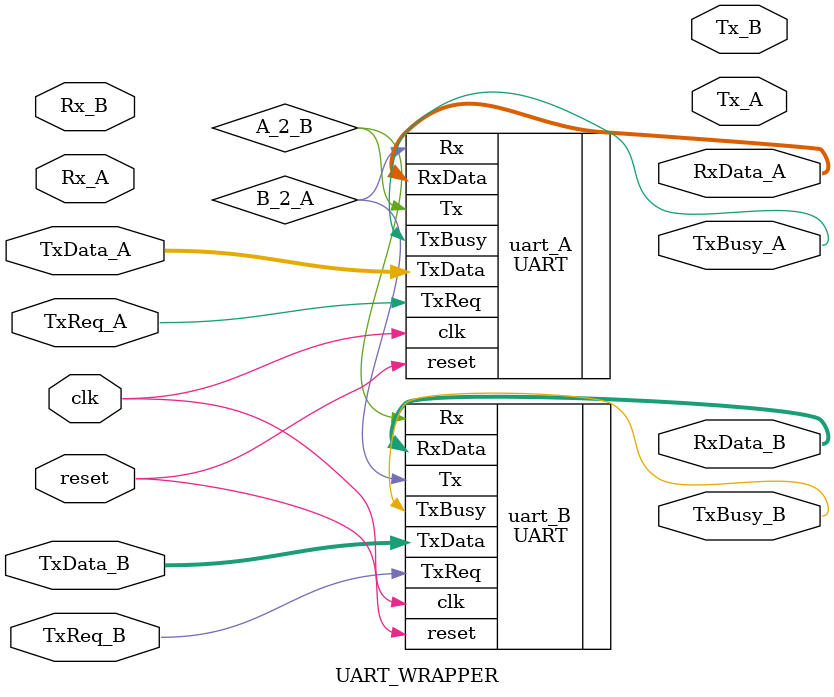
<source format=sv>
`define DATA_BITS 32

module UART_WRAPPER (
    input  reset,
    input  clk,
    // Parameters for B
    input  [`DATA_BITS-1:0] TxData_A,
    input  TxReq_A,
    input  Rx_A,
    output reg Tx_A,
    output reg TxBusy_A,
    output reg [`DATA_BITS-1:0] RxData_A,
    // Parameters for B
    input  [`DATA_BITS-1:0] TxData_B,
    input  TxReq_B,
    input  Rx_B,
    output reg Tx_B,
    output reg TxBusy_B,
    output reg [`DATA_BITS-1:0] RxData_B
);

    // Wires
    wire A_2_B;
    wire B_2_A;

    UART uart_A (
        .reset(reset),
        .clk(clk),
        .TxData(TxData_A),
        .TxReq(TxReq_A),
        .Rx(B_2_A),
        .Tx(A_2_B),
        .TxBusy(TxBusy_A),
        .RxData(RxData_A)
    );

    UART uart_B (
        .reset(reset),
        .clk(clk),
        .TxData(TxData_B),
        .TxReq(TxReq_B),
        .Rx(A_2_B),
        .Tx(B_2_A),
        .TxBusy(TxBusy_B),
        .RxData(RxData_B)
    );
endmodule
</source>
